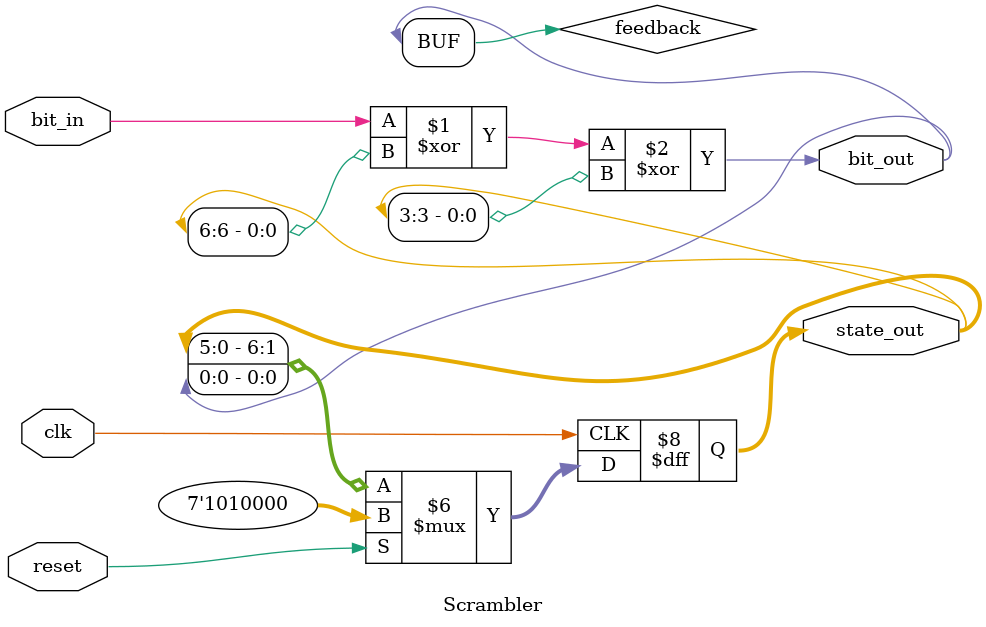
<source format=v>
module Scrambler(clk,reset,state_out,bit_in, bit_out);
//// Input Output declarations
	input wire clk;
	input wire reset;
	input wire bit_in;
	output wire bit_out;
	output reg [6:0] state_out;
////

//// Necessary reg and wire declarations
	wire feedback;
	assign feedback =  (bit_in ^ state_out[6] ^ state_out[3]);
	assign bit_out = feedback;
////

//// Shift register Operations
	always @(posedge clk)
	begin
	
		if (reset == 1'b1) 
			state_out <=  7'b1010000; // Should be the same as the descrambler initial state
		else
			state_out <= {state_out[5], state_out[4], state_out[3],state_out[2], state_out[1], state_out[0],feedback};
	end
////
endmodule
</source>
